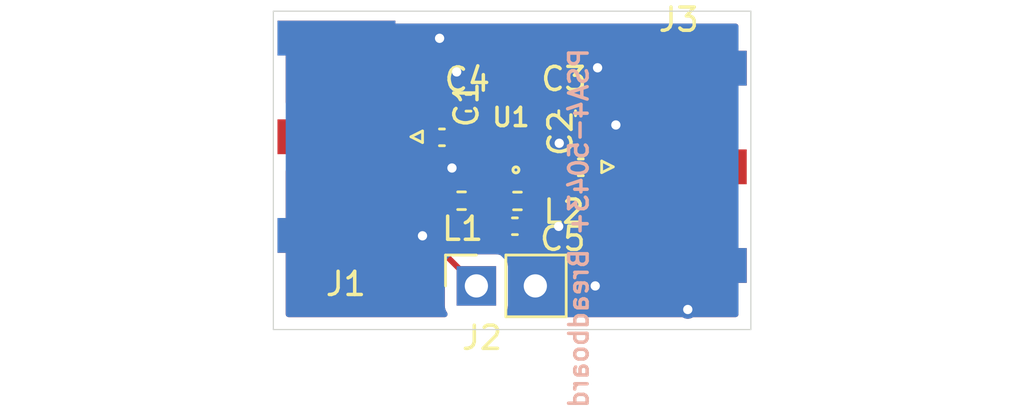
<source format=kicad_pcb>
(kicad_pcb (version 20171130) (host pcbnew "(5.1.10)-1")

  (general
    (thickness 1.6)
    (drawings 5)
    (tracks 78)
    (zones 0)
    (modules 11)
    (nets 8)
  )

  (page A4)
  (layers
    (0 F.Cu signal)
    (1 In1.Cu signal)
    (2 In2.Cu signal)
    (31 B.Cu signal)
    (32 B.Adhes user)
    (33 F.Adhes user)
    (34 B.Paste user)
    (35 F.Paste user)
    (36 B.SilkS user)
    (37 F.SilkS user)
    (38 B.Mask user)
    (39 F.Mask user)
    (40 Dwgs.User user)
    (41 Cmts.User user)
    (42 Eco1.User user)
    (43 Eco2.User user)
    (44 Edge.Cuts user)
    (45 Margin user)
    (46 B.CrtYd user)
    (47 F.CrtYd user)
    (48 B.Fab user)
    (49 F.Fab user hide)
  )

  (setup
    (last_trace_width 0.25)
    (trace_clearance 0.3048)
    (zone_clearance 0.508)
    (zone_45_only no)
    (trace_min 0.2)
    (via_size 0.8)
    (via_drill 0.4)
    (via_min_size 0.4)
    (via_min_drill 0.3)
    (uvia_size 0.3)
    (uvia_drill 0.1)
    (uvias_allowed no)
    (uvia_min_size 0.2)
    (uvia_min_drill 0.1)
    (edge_width 0.05)
    (segment_width 0.2)
    (pcb_text_width 0.3)
    (pcb_text_size 1.5 1.5)
    (mod_edge_width 0.12)
    (mod_text_size 1 1)
    (mod_text_width 0.15)
    (pad_size 1.7 1.7)
    (pad_drill 1)
    (pad_to_mask_clearance 0)
    (aux_axis_origin 0 0)
    (visible_elements 7FFFFFFF)
    (pcbplotparams
      (layerselection 0x010fc_ffffffff)
      (usegerberextensions false)
      (usegerberattributes true)
      (usegerberadvancedattributes true)
      (creategerberjobfile true)
      (excludeedgelayer true)
      (linewidth 0.100000)
      (plotframeref false)
      (viasonmask false)
      (mode 1)
      (useauxorigin false)
      (hpglpennumber 1)
      (hpglpenspeed 20)
      (hpglpendiameter 15.000000)
      (psnegative false)
      (psa4output false)
      (plotreference true)
      (plotvalue true)
      (plotinvisibletext false)
      (padsonsilk false)
      (subtractmaskfromsilk false)
      (outputformat 1)
      (mirror false)
      (drillshape 1)
      (scaleselection 1)
      (outputdirectory ""))
  )

  (net 0 "")
  (net 1 GND)
  (net 2 "Net-(C1-Pad1)")
  (net 3 "Net-(C2-Pad2)")
  (net 4 "Net-(C3-Pad1)")
  (net 5 "Net-(J2-Pad1)")
  (net 6 IN)
  (net 7 OUT)

  (net_class Default "This is the default net class."
    (clearance 0.3048)
    (trace_width 0.25)
    (via_dia 0.8)
    (via_drill 0.4)
    (uvia_dia 0.3)
    (uvia_drill 0.1)
    (add_net GND)
    (add_net "Net-(C3-Pad1)")
    (add_net "Net-(J2-Pad1)")
  )

  (net_class RF ""
    (clearance 0.6096)
    (trace_width 0.3556)
    (via_dia 0.6096)
    (via_drill 0.3048)
    (uvia_dia 0.3)
    (uvia_drill 0.1)
    (add_net IN)
    (add_net "Net-(C1-Pad1)")
    (add_net "Net-(C2-Pad2)")
    (add_net OUT)
  )

  (module Capacitor_SMD:C_0402_1005Metric (layer F.Cu) (tedit 5F68FEEE) (tstamp 628B88B8)
    (at 159.1564 67.9196 180)
    (descr "Capacitor SMD 0402 (1005 Metric), square (rectangular) end terminal, IPC_7351 nominal, (Body size source: IPC-SM-782 page 76, https://www.pcb-3d.com/wordpress/wp-content/uploads/ipc-sm-782a_amendment_1_and_2.pdf), generated with kicad-footprint-generator")
    (tags capacitor)
    (path /6287BF0D)
    (attr smd)
    (fp_text reference C1 (at -1.0546 1.411 270) (layer F.SilkS)
      (effects (font (size 1 1) (thickness 0.15)))
    )
    (fp_text value .1uF (at 0 1.16) (layer F.Fab)
      (effects (font (size 1 1) (thickness 0.15)))
    )
    (fp_line (start -0.5 0.25) (end -0.5 -0.25) (layer F.Fab) (width 0.1))
    (fp_line (start -0.5 -0.25) (end 0.5 -0.25) (layer F.Fab) (width 0.1))
    (fp_line (start 0.5 -0.25) (end 0.5 0.25) (layer F.Fab) (width 0.1))
    (fp_line (start 0.5 0.25) (end -0.5 0.25) (layer F.Fab) (width 0.1))
    (fp_line (start -0.107836 -0.36) (end 0.107836 -0.36) (layer F.SilkS) (width 0.12))
    (fp_line (start -0.107836 0.36) (end 0.107836 0.36) (layer F.SilkS) (width 0.12))
    (fp_line (start -0.91 0.46) (end -0.91 -0.46) (layer F.CrtYd) (width 0.05))
    (fp_line (start -0.91 -0.46) (end 0.91 -0.46) (layer F.CrtYd) (width 0.05))
    (fp_line (start 0.91 -0.46) (end 0.91 0.46) (layer F.CrtYd) (width 0.05))
    (fp_line (start 0.91 0.46) (end -0.91 0.46) (layer F.CrtYd) (width 0.05))
    (fp_text user %R (at 0 0) (layer F.Fab)
      (effects (font (size 0.25 0.25) (thickness 0.04)))
    )
    (pad 1 smd roundrect (at -0.48 0 180) (size 0.56 0.62) (layers F.Cu F.Paste F.Mask) (roundrect_rratio 0.25)
      (net 2 "Net-(C1-Pad1)"))
    (pad 2 smd roundrect (at 0.48 0 180) (size 0.56 0.62) (layers F.Cu F.Paste F.Mask) (roundrect_rratio 0.25)
      (net 6 IN))
    (model ${KISYS3DMOD}/Capacitor_SMD.3dshapes/C_0402_1005Metric.wrl
      (at (xyz 0 0 0))
      (scale (xyz 1 1 1))
      (rotate (xyz 0 0 0))
    )
  )

  (module Capacitor_SMD:C_0402_1005Metric (layer F.Cu) (tedit 5F68FEEE) (tstamp 628B88C9)
    (at 165.1386 69.2108 180)
    (descr "Capacitor SMD 0402 (1005 Metric), square (rectangular) end terminal, IPC_7351 nominal, (Body size source: IPC-SM-782 page 76, https://www.pcb-3d.com/wordpress/wp-content/uploads/ipc-sm-782a_amendment_1_and_2.pdf), generated with kicad-footprint-generator")
    (tags capacitor)
    (path /6287E727)
    (attr smd)
    (fp_text reference C2 (at 0.8768 1.469 270) (layer F.SilkS)
      (effects (font (size 1 1) (thickness 0.15)))
    )
    (fp_text value .1uF (at 0 1.16) (layer F.Fab)
      (effects (font (size 1 1) (thickness 0.15)))
    )
    (fp_line (start 0.91 0.46) (end -0.91 0.46) (layer F.CrtYd) (width 0.05))
    (fp_line (start 0.91 -0.46) (end 0.91 0.46) (layer F.CrtYd) (width 0.05))
    (fp_line (start -0.91 -0.46) (end 0.91 -0.46) (layer F.CrtYd) (width 0.05))
    (fp_line (start -0.91 0.46) (end -0.91 -0.46) (layer F.CrtYd) (width 0.05))
    (fp_line (start -0.107836 0.36) (end 0.107836 0.36) (layer F.SilkS) (width 0.12))
    (fp_line (start -0.107836 -0.36) (end 0.107836 -0.36) (layer F.SilkS) (width 0.12))
    (fp_line (start 0.5 0.25) (end -0.5 0.25) (layer F.Fab) (width 0.1))
    (fp_line (start 0.5 -0.25) (end 0.5 0.25) (layer F.Fab) (width 0.1))
    (fp_line (start -0.5 -0.25) (end 0.5 -0.25) (layer F.Fab) (width 0.1))
    (fp_line (start -0.5 0.25) (end -0.5 -0.25) (layer F.Fab) (width 0.1))
    (fp_text user %R (at 0 0) (layer F.Fab)
      (effects (font (size 0.25 0.25) (thickness 0.04)))
    )
    (pad 2 smd roundrect (at 0.48 0 180) (size 0.56 0.62) (layers F.Cu F.Paste F.Mask) (roundrect_rratio 0.25)
      (net 3 "Net-(C2-Pad2)"))
    (pad 1 smd roundrect (at -0.48 0 180) (size 0.56 0.62) (layers F.Cu F.Paste F.Mask) (roundrect_rratio 0.25)
      (net 7 OUT))
    (model ${KISYS3DMOD}/Capacitor_SMD.3dshapes/C_0402_1005Metric.wrl
      (at (xyz 0 0 0))
      (scale (xyz 1 1 1))
      (rotate (xyz 0 0 0))
    )
  )

  (module Capacitor_SMD:C_0402_1005Metric (layer F.Cu) (tedit 5F68FEEE) (tstamp 628B88DA)
    (at 164.55 66.88 270)
    (descr "Capacitor SMD 0402 (1005 Metric), square (rectangular) end terminal, IPC_7351 nominal, (Body size source: IPC-SM-782 page 76, https://www.pcb-3d.com/wordpress/wp-content/uploads/ipc-sm-782a_amendment_1_and_2.pdf), generated with kicad-footprint-generator")
    (tags capacitor)
    (path /6287FD9E)
    (attr smd)
    (fp_text reference C3 (at -1.475 0.1358 180) (layer F.SilkS)
      (effects (font (size 1 1) (thickness 0.15)))
    )
    (fp_text value .1uF (at 0 1.16 90) (layer F.Fab)
      (effects (font (size 1 1) (thickness 0.15)))
    )
    (fp_line (start -0.5 0.25) (end -0.5 -0.25) (layer F.Fab) (width 0.1))
    (fp_line (start -0.5 -0.25) (end 0.5 -0.25) (layer F.Fab) (width 0.1))
    (fp_line (start 0.5 -0.25) (end 0.5 0.25) (layer F.Fab) (width 0.1))
    (fp_line (start 0.5 0.25) (end -0.5 0.25) (layer F.Fab) (width 0.1))
    (fp_line (start -0.107836 -0.36) (end 0.107836 -0.36) (layer F.SilkS) (width 0.12))
    (fp_line (start -0.107836 0.36) (end 0.107836 0.36) (layer F.SilkS) (width 0.12))
    (fp_line (start -0.91 0.46) (end -0.91 -0.46) (layer F.CrtYd) (width 0.05))
    (fp_line (start -0.91 -0.46) (end 0.91 -0.46) (layer F.CrtYd) (width 0.05))
    (fp_line (start 0.91 -0.46) (end 0.91 0.46) (layer F.CrtYd) (width 0.05))
    (fp_line (start 0.91 0.46) (end -0.91 0.46) (layer F.CrtYd) (width 0.05))
    (fp_text user %R (at 0 0 90) (layer F.Fab)
      (effects (font (size 0.25 0.25) (thickness 0.04)))
    )
    (pad 1 smd roundrect (at -0.48 0 270) (size 0.56 0.62) (layers F.Cu F.Paste F.Mask) (roundrect_rratio 0.25)
      (net 4 "Net-(C3-Pad1)"))
    (pad 2 smd roundrect (at 0.48 0 270) (size 0.56 0.62) (layers F.Cu F.Paste F.Mask) (roundrect_rratio 0.25)
      (net 1 GND))
    (model ${KISYS3DMOD}/Capacitor_SMD.3dshapes/C_0402_1005Metric.wrl
      (at (xyz 0 0 0))
      (scale (xyz 1 1 1))
      (rotate (xyz 0 0 0))
    )
  )

  (module Capacitor_SMD:C_0402_1005Metric (layer F.Cu) (tedit 5F68FEEE) (tstamp 628B88EB)
    (at 160.3 66.43 180)
    (descr "Capacitor SMD 0402 (1005 Metric), square (rectangular) end terminal, IPC_7351 nominal, (Body size source: IPC-SM-782 page 76, https://www.pcb-3d.com/wordpress/wp-content/uploads/ipc-sm-782a_amendment_1_and_2.pdf), generated with kicad-footprint-generator")
    (tags capacitor)
    (path /628813AA)
    (attr smd)
    (fp_text reference C4 (at 0.0514 0.9996) (layer F.SilkS)
      (effects (font (size 1 1) (thickness 0.15)))
    )
    (fp_text value 100uF (at 0 1.16) (layer F.Fab)
      (effects (font (size 1 1) (thickness 0.15)))
    )
    (fp_line (start 0.91 0.46) (end -0.91 0.46) (layer F.CrtYd) (width 0.05))
    (fp_line (start 0.91 -0.46) (end 0.91 0.46) (layer F.CrtYd) (width 0.05))
    (fp_line (start -0.91 -0.46) (end 0.91 -0.46) (layer F.CrtYd) (width 0.05))
    (fp_line (start -0.91 0.46) (end -0.91 -0.46) (layer F.CrtYd) (width 0.05))
    (fp_line (start -0.107836 0.36) (end 0.107836 0.36) (layer F.SilkS) (width 0.12))
    (fp_line (start -0.107836 -0.36) (end 0.107836 -0.36) (layer F.SilkS) (width 0.12))
    (fp_line (start 0.5 0.25) (end -0.5 0.25) (layer F.Fab) (width 0.1))
    (fp_line (start 0.5 -0.25) (end 0.5 0.25) (layer F.Fab) (width 0.1))
    (fp_line (start -0.5 -0.25) (end 0.5 -0.25) (layer F.Fab) (width 0.1))
    (fp_line (start -0.5 0.25) (end -0.5 -0.25) (layer F.Fab) (width 0.1))
    (fp_text user %R (at 0 0) (layer F.Fab)
      (effects (font (size 0.25 0.25) (thickness 0.04)))
    )
    (pad 2 smd roundrect (at 0.48 0 180) (size 0.56 0.62) (layers F.Cu F.Paste F.Mask) (roundrect_rratio 0.25)
      (net 1 GND))
    (pad 1 smd roundrect (at -0.48 0 180) (size 0.56 0.62) (layers F.Cu F.Paste F.Mask) (roundrect_rratio 0.25)
      (net 4 "Net-(C3-Pad1)"))
    (model ${KISYS3DMOD}/Capacitor_SMD.3dshapes/C_0402_1005Metric.wrl
      (at (xyz 0 0 0))
      (scale (xyz 1 1 1))
      (rotate (xyz 0 0 0))
    )
  )

  (module Capacitor_SMD:C_0402_1005Metric (layer F.Cu) (tedit 5F68FEEE) (tstamp 628B88FC)
    (at 162.3 71.75)
    (descr "Capacitor SMD 0402 (1005 Metric), square (rectangular) end terminal, IPC_7351 nominal, (Body size source: IPC-SM-782 page 76, https://www.pcb-3d.com/wordpress/wp-content/uploads/ipc-sm-782a_amendment_1_and_2.pdf), generated with kicad-footprint-generator")
    (tags capacitor)
    (path /6288194B)
    (attr smd)
    (fp_text reference C5 (at 2.0634 0.5384) (layer F.SilkS)
      (effects (font (size 1 1) (thickness 0.15)))
    )
    (fp_text value 100uF (at -0.48 -1.31) (layer F.Fab)
      (effects (font (size 1 1) (thickness 0.15)))
    )
    (fp_line (start -0.5 0.25) (end -0.5 -0.25) (layer F.Fab) (width 0.1))
    (fp_line (start -0.5 -0.25) (end 0.5 -0.25) (layer F.Fab) (width 0.1))
    (fp_line (start 0.5 -0.25) (end 0.5 0.25) (layer F.Fab) (width 0.1))
    (fp_line (start 0.5 0.25) (end -0.5 0.25) (layer F.Fab) (width 0.1))
    (fp_line (start -0.107836 -0.36) (end 0.107836 -0.36) (layer F.SilkS) (width 0.12))
    (fp_line (start -0.107836 0.36) (end 0.107836 0.36) (layer F.SilkS) (width 0.12))
    (fp_line (start -0.91 0.46) (end -0.91 -0.46) (layer F.CrtYd) (width 0.05))
    (fp_line (start -0.91 -0.46) (end 0.91 -0.46) (layer F.CrtYd) (width 0.05))
    (fp_line (start 0.91 -0.46) (end 0.91 0.46) (layer F.CrtYd) (width 0.05))
    (fp_line (start 0.91 0.46) (end -0.91 0.46) (layer F.CrtYd) (width 0.05))
    (fp_text user %R (at 0 0) (layer F.Fab)
      (effects (font (size 0.25 0.25) (thickness 0.04)))
    )
    (pad 1 smd roundrect (at -0.48 0) (size 0.56 0.62) (layers F.Cu F.Paste F.Mask) (roundrect_rratio 0.25)
      (net 4 "Net-(C3-Pad1)"))
    (pad 2 smd roundrect (at 0.48 0) (size 0.56 0.62) (layers F.Cu F.Paste F.Mask) (roundrect_rratio 0.25)
      (net 1 GND))
    (model ${KISYS3DMOD}/Capacitor_SMD.3dshapes/C_0402_1005Metric.wrl
      (at (xyz 0 0 0))
      (scale (xyz 1 1 1))
      (rotate (xyz 0 0 0))
    )
  )

  (module Connector_Coaxial:SMA_Amphenol_132289_EdgeMount (layer F.Cu) (tedit 5A1C1810) (tstamp 628B891F)
    (at 154.6098 67.8942 180)
    (descr http://www.amphenolrf.com/132289.html)
    (tags SMA)
    (path /628B9C8E)
    (attr smd)
    (fp_text reference J1 (at -0.406 -6.3394 180) (layer F.SilkS)
      (effects (font (size 1 1) (thickness 0.15)))
    )
    (fp_text value Conn_01x05_Male (at 5 6) (layer F.Fab)
      (effects (font (size 1 1) (thickness 0.15)))
    )
    (fp_line (start -1.91 5.08) (end 4.445 5.08) (layer F.Fab) (width 0.1))
    (fp_line (start -1.91 3.81) (end -1.91 5.08) (layer F.Fab) (width 0.1))
    (fp_line (start 2.54 3.81) (end -1.91 3.81) (layer F.Fab) (width 0.1))
    (fp_line (start 2.54 -3.81) (end 2.54 3.81) (layer F.Fab) (width 0.1))
    (fp_line (start -1.91 -3.81) (end 2.54 -3.81) (layer F.Fab) (width 0.1))
    (fp_line (start -1.91 -5.08) (end -1.91 -3.81) (layer F.Fab) (width 0.1))
    (fp_line (start -1.91 -5.08) (end 4.445 -5.08) (layer F.Fab) (width 0.1))
    (fp_line (start 4.445 -3.81) (end 4.445 -5.08) (layer F.Fab) (width 0.1))
    (fp_line (start 4.445 5.08) (end 4.445 3.81) (layer F.Fab) (width 0.1))
    (fp_line (start 13.97 3.81) (end 4.445 3.81) (layer F.Fab) (width 0.1))
    (fp_line (start 13.97 -3.81) (end 13.97 3.81) (layer F.Fab) (width 0.1))
    (fp_line (start 4.445 -3.81) (end 13.97 -3.81) (layer F.Fab) (width 0.1))
    (fp_line (start -3.04 5.58) (end -3.04 -5.58) (layer B.CrtYd) (width 0.05))
    (fp_line (start 14.47 5.58) (end -3.04 5.58) (layer B.CrtYd) (width 0.05))
    (fp_line (start 14.47 -5.58) (end 14.47 5.58) (layer B.CrtYd) (width 0.05))
    (fp_line (start 14.47 -5.58) (end -3.04 -5.58) (layer B.CrtYd) (width 0.05))
    (fp_line (start -3.04 5.58) (end -3.04 -5.58) (layer F.CrtYd) (width 0.05))
    (fp_line (start 14.47 5.58) (end -3.04 5.58) (layer F.CrtYd) (width 0.05))
    (fp_line (start 14.47 -5.58) (end 14.47 5.58) (layer F.CrtYd) (width 0.05))
    (fp_line (start 14.47 -5.58) (end -3.04 -5.58) (layer F.CrtYd) (width 0.05))
    (fp_line (start 2.54 -0.75) (end 3.54 0) (layer F.Fab) (width 0.1))
    (fp_line (start 3.54 0) (end 2.54 0.75) (layer F.Fab) (width 0.1))
    (fp_line (start -3.21 0) (end -3.71 -0.25) (layer F.SilkS) (width 0.12))
    (fp_line (start -3.71 -0.25) (end -3.71 0.25) (layer F.SilkS) (width 0.12))
    (fp_line (start -3.71 0.25) (end -3.21 0) (layer F.SilkS) (width 0.12))
    (fp_text user %R (at 4.79 0 270) (layer F.Fab)
      (effects (font (size 1 1) (thickness 0.15)))
    )
    (pad 1 smd rect (at 0 0 270) (size 1.5 5.08) (layers F.Cu F.Paste F.Mask)
      (net 6 IN))
    (pad 2 smd rect (at 0 -4.25 270) (size 1.5 5.08) (layers F.Cu F.Paste F.Mask)
      (net 1 GND))
    (pad 2 smd rect (at 0 4.25 270) (size 1.5 5.08) (layers F.Cu F.Paste F.Mask)
      (net 1 GND))
    (pad 2 smd rect (at 0 -4.25 270) (size 1.5 5.08) (layers B.Cu B.Paste B.Mask)
      (net 1 GND))
    (pad 2 smd rect (at 0 4.25 270) (size 1.5 5.08) (layers B.Cu B.Paste B.Mask)
      (net 1 GND))
    (model ${KISYS3DMOD}/Connector_Coaxial.3dshapes/SMA_Amphenol_132289_EdgeMount.wrl
      (at (xyz 0 0 0))
      (scale (xyz 1 1 1))
      (rotate (xyz 0 0 0))
    )
  )

  (module Connector_PinSocket_2.54mm:PinSocket_1x02_P2.54mm_Vertical (layer F.Cu) (tedit 5A19A420) (tstamp 628B8935)
    (at 160.64 74.32 90)
    (descr "Through hole straight socket strip, 1x02, 2.54mm pitch, single row (from Kicad 4.0.7), script generated")
    (tags "Through hole socket strip THT 1x02 2.54mm single row")
    (path /628BAD4E)
    (fp_text reference J2 (at -2.2356 0.2436 180) (layer F.SilkS)
      (effects (font (size 1 1) (thickness 0.15)))
    )
    (fp_text value Conn_01x02_Male (at 0 5.31 90) (layer F.Fab)
      (effects (font (size 1 1) (thickness 0.15)))
    )
    (fp_line (start -1.27 -1.27) (end 0.635 -1.27) (layer F.Fab) (width 0.1))
    (fp_line (start 0.635 -1.27) (end 1.27 -0.635) (layer F.Fab) (width 0.1))
    (fp_line (start 1.27 -0.635) (end 1.27 3.81) (layer F.Fab) (width 0.1))
    (fp_line (start 1.27 3.81) (end -1.27 3.81) (layer F.Fab) (width 0.1))
    (fp_line (start -1.27 3.81) (end -1.27 -1.27) (layer F.Fab) (width 0.1))
    (fp_line (start -1.33 1.27) (end 1.33 1.27) (layer F.SilkS) (width 0.12))
    (fp_line (start -1.33 1.27) (end -1.33 3.87) (layer F.SilkS) (width 0.12))
    (fp_line (start -1.33 3.87) (end 1.33 3.87) (layer F.SilkS) (width 0.12))
    (fp_line (start 1.33 1.27) (end 1.33 3.87) (layer F.SilkS) (width 0.12))
    (fp_line (start 1.33 -1.33) (end 1.33 0) (layer F.SilkS) (width 0.12))
    (fp_line (start 0 -1.33) (end 1.33 -1.33) (layer F.SilkS) (width 0.12))
    (fp_line (start -1.8 -1.8) (end 1.75 -1.8) (layer F.CrtYd) (width 0.05))
    (fp_line (start 1.75 -1.8) (end 1.75 4.3) (layer F.CrtYd) (width 0.05))
    (fp_line (start 1.75 4.3) (end -1.8 4.3) (layer F.CrtYd) (width 0.05))
    (fp_line (start -1.8 4.3) (end -1.8 -1.8) (layer F.CrtYd) (width 0.05))
    (fp_text user %R (at 0 1.27) (layer F.Fab)
      (effects (font (size 1 1) (thickness 0.15)))
    )
    (pad 1 thru_hole rect (at 0 0 90) (size 1.7 1.7) (drill 1) (layers *.Cu *.Mask)
      (net 5 "Net-(J2-Pad1)"))
    (pad 2 thru_hole oval (at 0 2.54 90) (size 1.7 1.7) (drill 1) (layers *.Cu *.Mask)
      (net 1 GND))
    (model ${KISYS3DMOD}/Connector_PinSocket_2.54mm.3dshapes/PinSocket_1x02_P2.54mm_Vertical.wrl
      (at (xyz 0 0 0))
      (scale (xyz 1 1 1))
      (rotate (xyz 0 0 0))
    )
  )

  (module Connector_Coaxial:SMA_Amphenol_132289_EdgeMount (layer F.Cu) (tedit 5A1C1810) (tstamp 628B8958)
    (at 169.7482 69.1896)
    (descr http://www.amphenolrf.com/132289.html)
    (tags SMA)
    (path /628B8DFB)
    (attr smd)
    (fp_text reference J3 (at -0.3896 -6.3398 180) (layer F.SilkS)
      (effects (font (size 1 1) (thickness 0.15)))
    )
    (fp_text value Conn_01x05_Male (at 5 6) (layer F.Fab)
      (effects (font (size 1 1) (thickness 0.15)))
    )
    (fp_line (start -3.71 0.25) (end -3.21 0) (layer F.SilkS) (width 0.12))
    (fp_line (start -3.71 -0.25) (end -3.71 0.25) (layer F.SilkS) (width 0.12))
    (fp_line (start -3.21 0) (end -3.71 -0.25) (layer F.SilkS) (width 0.12))
    (fp_line (start 3.54 0) (end 2.54 0.75) (layer F.Fab) (width 0.1))
    (fp_line (start 2.54 -0.75) (end 3.54 0) (layer F.Fab) (width 0.1))
    (fp_line (start 14.47 -5.58) (end -3.04 -5.58) (layer F.CrtYd) (width 0.05))
    (fp_line (start 14.47 -5.58) (end 14.47 5.58) (layer F.CrtYd) (width 0.05))
    (fp_line (start 14.47 5.58) (end -3.04 5.58) (layer F.CrtYd) (width 0.05))
    (fp_line (start -3.04 5.58) (end -3.04 -5.58) (layer F.CrtYd) (width 0.05))
    (fp_line (start 14.47 -5.58) (end -3.04 -5.58) (layer B.CrtYd) (width 0.05))
    (fp_line (start 14.47 -5.58) (end 14.47 5.58) (layer B.CrtYd) (width 0.05))
    (fp_line (start 14.47 5.58) (end -3.04 5.58) (layer B.CrtYd) (width 0.05))
    (fp_line (start -3.04 5.58) (end -3.04 -5.58) (layer B.CrtYd) (width 0.05))
    (fp_line (start 4.445 -3.81) (end 13.97 -3.81) (layer F.Fab) (width 0.1))
    (fp_line (start 13.97 -3.81) (end 13.97 3.81) (layer F.Fab) (width 0.1))
    (fp_line (start 13.97 3.81) (end 4.445 3.81) (layer F.Fab) (width 0.1))
    (fp_line (start 4.445 5.08) (end 4.445 3.81) (layer F.Fab) (width 0.1))
    (fp_line (start 4.445 -3.81) (end 4.445 -5.08) (layer F.Fab) (width 0.1))
    (fp_line (start -1.91 -5.08) (end 4.445 -5.08) (layer F.Fab) (width 0.1))
    (fp_line (start -1.91 -5.08) (end -1.91 -3.81) (layer F.Fab) (width 0.1))
    (fp_line (start -1.91 -3.81) (end 2.54 -3.81) (layer F.Fab) (width 0.1))
    (fp_line (start 2.54 -3.81) (end 2.54 3.81) (layer F.Fab) (width 0.1))
    (fp_line (start 2.54 3.81) (end -1.91 3.81) (layer F.Fab) (width 0.1))
    (fp_line (start -1.91 3.81) (end -1.91 5.08) (layer F.Fab) (width 0.1))
    (fp_line (start -1.91 5.08) (end 4.445 5.08) (layer F.Fab) (width 0.1))
    (fp_text user %R (at 4.79 0 270) (layer F.Fab)
      (effects (font (size 1 1) (thickness 0.15)))
    )
    (pad 2 smd rect (at 0 4.25 90) (size 1.5 5.08) (layers B.Cu B.Paste B.Mask)
      (net 1 GND))
    (pad 2 smd rect (at 0 -4.25 90) (size 1.5 5.08) (layers B.Cu B.Paste B.Mask)
      (net 1 GND))
    (pad 2 smd rect (at 0 4.25 90) (size 1.5 5.08) (layers F.Cu F.Paste F.Mask)
      (net 1 GND))
    (pad 2 smd rect (at 0 -4.25 90) (size 1.5 5.08) (layers F.Cu F.Paste F.Mask)
      (net 1 GND))
    (pad 1 smd rect (at 0 0 90) (size 1.5 5.08) (layers F.Cu F.Paste F.Mask)
      (net 7 OUT))
    (model ${KISYS3DMOD}/Connector_Coaxial.3dshapes/SMA_Amphenol_132289_EdgeMount.wrl
      (at (xyz 0 0 0))
      (scale (xyz 1 1 1))
      (rotate (xyz 0 0 0))
    )
  )

  (module Resistor_SMD:R_0402_1005Metric_Pad0.72x0.64mm_HandSolder (layer F.Cu) (tedit 5F6BB9E0) (tstamp 628B8969)
    (at 160.0025 70.65)
    (descr "Resistor SMD 0402 (1005 Metric), square (rectangular) end terminal, IPC_7351 nominal with elongated pad for handsoldering. (Body size source: IPC-SM-782 page 72, https://www.pcb-3d.com/wordpress/wp-content/uploads/ipc-sm-782a_amendment_1_and_2.pdf), generated with kicad-footprint-generator")
    (tags "resistor handsolder")
    (path /62878D74)
    (attr smd)
    (fp_text reference L1 (at 0.0429 1.2066) (layer F.SilkS)
      (effects (font (size 1 1) (thickness 0.15)))
    )
    (fp_text value BLM15HG102SN1 (at -1.2625 2.07 180) (layer F.Fab)
      (effects (font (size 1 1) (thickness 0.15)))
    )
    (fp_line (start -0.525 0.27) (end -0.525 -0.27) (layer F.Fab) (width 0.1))
    (fp_line (start -0.525 -0.27) (end 0.525 -0.27) (layer F.Fab) (width 0.1))
    (fp_line (start 0.525 -0.27) (end 0.525 0.27) (layer F.Fab) (width 0.1))
    (fp_line (start 0.525 0.27) (end -0.525 0.27) (layer F.Fab) (width 0.1))
    (fp_line (start -0.167621 -0.38) (end 0.167621 -0.38) (layer F.SilkS) (width 0.12))
    (fp_line (start -0.167621 0.38) (end 0.167621 0.38) (layer F.SilkS) (width 0.12))
    (fp_line (start -1.1 0.47) (end -1.1 -0.47) (layer F.CrtYd) (width 0.05))
    (fp_line (start -1.1 -0.47) (end 1.1 -0.47) (layer F.CrtYd) (width 0.05))
    (fp_line (start 1.1 -0.47) (end 1.1 0.47) (layer F.CrtYd) (width 0.05))
    (fp_line (start 1.1 0.47) (end -1.1 0.47) (layer F.CrtYd) (width 0.05))
    (fp_text user %R (at 0 0) (layer F.Fab)
      (effects (font (size 0.26 0.26) (thickness 0.04)))
    )
    (pad 1 smd roundrect (at -0.5975 0) (size 0.715 0.64) (layers F.Cu F.Paste F.Mask) (roundrect_rratio 0.25)
      (net 5 "Net-(J2-Pad1)"))
    (pad 2 smd roundrect (at 0.5975 0) (size 0.715 0.64) (layers F.Cu F.Paste F.Mask) (roundrect_rratio 0.25)
      (net 4 "Net-(C3-Pad1)"))
    (model ${KISYS3DMOD}/Resistor_SMD.3dshapes/R_0402_1005Metric.wrl
      (at (xyz 0 0 0))
      (scale (xyz 1 1 1))
      (rotate (xyz 0 0 0))
    )
  )

  (module Resistor_SMD:R_0402_1005Metric_Pad0.72x0.64mm_HandSolder (layer F.Cu) (tedit 5F6BB9E0) (tstamp 628B897A)
    (at 162.41 70.66 180)
    (descr "Resistor SMD 0402 (1005 Metric), square (rectangular) end terminal, IPC_7351 nominal with elongated pad for handsoldering. (Body size source: IPC-SM-782 page 72, https://www.pcb-3d.com/wordpress/wp-content/uploads/ipc-sm-782a_amendment_1_and_2.pdf), generated with kicad-footprint-generator")
    (tags "resistor handsolder")
    (path /6287A7E4)
    (attr smd)
    (fp_text reference L2 (at -2.0042 -0.46) (layer F.SilkS)
      (effects (font (size 1 1) (thickness 0.15)))
    )
    (fp_text value BLM15HG102SN1 (at 0 1.17) (layer F.Fab)
      (effects (font (size 1 1) (thickness 0.15)))
    )
    (fp_line (start 1.1 0.47) (end -1.1 0.47) (layer F.CrtYd) (width 0.05))
    (fp_line (start 1.1 -0.47) (end 1.1 0.47) (layer F.CrtYd) (width 0.05))
    (fp_line (start -1.1 -0.47) (end 1.1 -0.47) (layer F.CrtYd) (width 0.05))
    (fp_line (start -1.1 0.47) (end -1.1 -0.47) (layer F.CrtYd) (width 0.05))
    (fp_line (start -0.167621 0.38) (end 0.167621 0.38) (layer F.SilkS) (width 0.12))
    (fp_line (start -0.167621 -0.38) (end 0.167621 -0.38) (layer F.SilkS) (width 0.12))
    (fp_line (start 0.525 0.27) (end -0.525 0.27) (layer F.Fab) (width 0.1))
    (fp_line (start 0.525 -0.27) (end 0.525 0.27) (layer F.Fab) (width 0.1))
    (fp_line (start -0.525 -0.27) (end 0.525 -0.27) (layer F.Fab) (width 0.1))
    (fp_line (start -0.525 0.27) (end -0.525 -0.27) (layer F.Fab) (width 0.1))
    (fp_text user %R (at 0 0) (layer F.Fab)
      (effects (font (size 0.26 0.26) (thickness 0.04)))
    )
    (pad 2 smd roundrect (at 0.5975 0 180) (size 0.715 0.64) (layers F.Cu F.Paste F.Mask) (roundrect_rratio 0.25)
      (net 4 "Net-(C3-Pad1)"))
    (pad 1 smd roundrect (at -0.5975 0 180) (size 0.715 0.64) (layers F.Cu F.Paste F.Mask) (roundrect_rratio 0.25)
      (net 3 "Net-(C2-Pad2)"))
    (model ${KISYS3DMOD}/Resistor_SMD.3dshapes/R_0402_1005Metric.wrl
      (at (xyz 0 0 0))
      (scale (xyz 1 1 1))
      (rotate (xyz 0 0 0))
    )
  )

  (module "EPIC PARTS:PSA4-5043+" (layer F.Cu) (tedit 62878DA3) (tstamp 628B8989)
    (at 162.09 68.56 90)
    (path /6287A954)
    (fp_text reference U1 (at 1.504 0.0382 180) (layer F.SilkS)
      (effects (font (size 0.787402 0.787402) (thickness 0.15)))
    )
    (fp_text value PSA4-5043+ (at 0 0 90) (layer F.Fab)
      (effects (font (size 0.787402 0.787402) (thickness 0.15)))
    )
    (fp_line (start -1 -0.55) (end 1 -0.55) (layer F.Fab) (width 0.2032))
    (fp_line (start 1 0.55) (end -1 0.55) (layer F.Fab) (width 0.2032))
    (fp_poly (pts (xy 0.150171 0.6) (xy 0.85 0.6) (xy 0.85 1.10126) (xy 0.150171 1.10126)) (layer F.Fab) (width 0.01))
    (fp_poly (pts (xy -0.851089 0.6) (xy -0.45 0.6) (xy -0.45 1.10141) (xy -0.851089 1.10141)) (layer F.Fab) (width 0.01))
    (fp_poly (pts (xy -0.851105 -1.1) (xy -0.45 -1.1) (xy -0.45 -0.60078) (xy -0.851105 -0.60078)) (layer F.Fab) (width 0.01))
    (fp_poly (pts (xy 0.450588 -1.1) (xy 0.85 -1.1) (xy 0.85 -0.600784) (xy 0.450588 -0.600784)) (layer F.Fab) (width 0.01))
    (fp_circle (center -0.762 0.254) (end -0.635 0.254) (layer F.SilkS) (width 0.127))
    (pad 2 smd rect (at 0.5 0.9 90) (size 0.9 0.8) (layers F.Cu F.Paste F.Mask)
      (net 1 GND))
    (pad 1 smd rect (at -0.65 0.9 90) (size 0.6 0.8) (layers F.Cu F.Paste F.Mask)
      (net 3 "Net-(C2-Pad2)"))
    (pad 4 smd rect (at -0.65 -0.9 90) (size 0.6 0.8) (layers F.Cu F.Paste F.Mask)
      (net 1 GND))
    (pad 3 smd rect (at 0.65 -0.9 90) (size 0.6 0.8) (layers F.Cu F.Paste F.Mask)
      (net 2 "Net-(C1-Pad1)"))
  )

  (gr_line (start 151.892 76.2) (end 151.892 62.484) (layer Edge.Cuts) (width 0.05) (tstamp 628D24EA))
  (gr_line (start 172.466 76.2) (end 151.892 76.2) (layer Edge.Cuts) (width 0.05))
  (gr_line (start 172.466 62.484) (end 172.466 76.2) (layer Edge.Cuts) (width 0.05))
  (gr_line (start 151.892 62.484) (end 172.466 62.484) (layer Edge.Cuts) (width 0.05))
  (gr_text "PSA4-5043+ Breadboard\n" (at 165.0492 71.8312 90) (layer B.SilkS)
    (effects (font (size 0.8 0.8) (thickness 0.15)) (justify mirror))
  )

  (via (at 169.7482 75.3364) (size 0.8) (drill 0.4) (layers F.Cu B.Cu) (net 1))
  (segment (start 169.7482 73.4396) (end 169.7482 75.3364) (width 0.25) (layer F.Cu) (net 1))
  (segment (start 169.7482 75.3364) (end 169.7482 73.4396) (width 0.25) (layer B.Cu) (net 1))
  (via (at 165.862 64.9224) (size 0.8) (drill 0.4) (layers F.Cu B.Cu) (net 1))
  (segment (start 165.8792 64.9396) (end 165.862 64.9224) (width 0.25) (layer B.Cu) (net 1))
  (segment (start 169.7482 64.9396) (end 165.8792 64.9396) (width 0.25) (layer B.Cu) (net 1))
  (segment (start 169.731 64.9224) (end 169.7482 64.9396) (width 0.25) (layer F.Cu) (net 1))
  (segment (start 165.862 64.9224) (end 169.731 64.9224) (width 0.25) (layer F.Cu) (net 1))
  (segment (start 164.55 67.36) (end 165.2786 67.36) (width 0.25) (layer F.Cu) (net 1))
  (segment (start 165.862 66.7766) (end 165.862 64.9224) (width 0.25) (layer F.Cu) (net 1))
  (segment (start 165.2786 67.36) (end 165.862 66.7766) (width 0.25) (layer F.Cu) (net 1))
  (via (at 166.6494 67.3862) (size 0.8) (drill 0.4) (layers F.Cu B.Cu) (net 1))
  (segment (start 166.6232 67.36) (end 166.6494 67.3862) (width 0.25) (layer F.Cu) (net 1))
  (segment (start 165.2786 67.36) (end 166.6232 67.36) (width 0.25) (layer F.Cu) (net 1))
  (via (at 159.0548 63.6524) (size 0.8) (drill 0.4) (layers F.Cu B.Cu) (net 1))
  (segment (start 159.0466 63.6442) (end 159.0548 63.6524) (width 0.25) (layer B.Cu) (net 1))
  (segment (start 154.6098 63.6442) (end 159.0466 63.6442) (width 0.25) (layer B.Cu) (net 1))
  (segment (start 154.618 63.6524) (end 154.6098 63.6442) (width 0.25) (layer F.Cu) (net 1))
  (segment (start 159.0548 63.6524) (end 154.618 63.6524) (width 0.25) (layer F.Cu) (net 1))
  (via (at 159.7914 65.1002) (size 0.8) (drill 0.4) (layers F.Cu B.Cu) (net 1))
  (segment (start 159.82 65.1288) (end 159.7914 65.1002) (width 0.25) (layer F.Cu) (net 1))
  (segment (start 159.82 66.43) (end 159.82 65.1288) (width 0.25) (layer F.Cu) (net 1))
  (segment (start 159.7914 64.389) (end 159.0548 63.6524) (width 0.25) (layer B.Cu) (net 1))
  (segment (start 159.7914 65.1002) (end 159.7914 64.389) (width 0.25) (layer B.Cu) (net 1))
  (via (at 158.3182 72.1614) (size 0.8) (drill 0.4) (layers F.Cu B.Cu) (net 1))
  (segment (start 158.301 72.1442) (end 158.3182 72.1614) (width 0.25) (layer B.Cu) (net 1))
  (segment (start 154.6098 72.1442) (end 158.301 72.1442) (width 0.25) (layer B.Cu) (net 1))
  (segment (start 154.627 72.1614) (end 154.6098 72.1442) (width 0.25) (layer F.Cu) (net 1))
  (segment (start 158.3182 72.1614) (end 154.627 72.1614) (width 0.25) (layer F.Cu) (net 1))
  (via (at 159.5882 69.2404) (size 0.8) (drill 0.4) (layers F.Cu B.Cu) (net 1))
  (segment (start 159.6186 69.21) (end 159.5882 69.2404) (width 0.25) (layer F.Cu) (net 1))
  (segment (start 161.19 69.21) (end 159.6186 69.21) (width 0.25) (layer F.Cu) (net 1))
  (via (at 164.211 68.1736) (size 0.8) (drill 0.4) (layers F.Cu B.Cu) (net 1))
  (segment (start 164.0974 68.06) (end 164.211 68.1736) (width 0.25) (layer F.Cu) (net 1))
  (segment (start 162.99 68.06) (end 164.0974 68.06) (width 0.25) (layer F.Cu) (net 1))
  (segment (start 164.55 67.8346) (end 164.211 68.1736) (width 0.25) (layer F.Cu) (net 1))
  (segment (start 164.55 67.36) (end 164.55 67.8346) (width 0.25) (layer F.Cu) (net 1))
  (segment (start 160.655 68.1736) (end 159.5882 69.2404) (width 0.25) (layer B.Cu) (net 1))
  (segment (start 164.211 68.1736) (end 160.655 68.1736) (width 0.25) (layer B.Cu) (net 1))
  (via (at 164.1856 71.755) (size 0.8) (drill 0.4) (layers F.Cu B.Cu) (net 1))
  (segment (start 164.1806 71.75) (end 164.1856 71.755) (width 0.25) (layer F.Cu) (net 1))
  (segment (start 162.78 71.75) (end 164.1806 71.75) (width 0.25) (layer F.Cu) (net 1))
  (via (at 165.7604 74.3204) (size 0.8) (drill 0.4) (layers F.Cu B.Cu) (net 1))
  (segment (start 165.76 74.32) (end 165.7604 74.3204) (width 0.25) (layer B.Cu) (net 1))
  (segment (start 163.18 74.32) (end 165.76 74.32) (width 0.25) (layer B.Cu) (net 1))
  (segment (start 159.5882 70.8914) (end 158.3182 72.1614) (width 0.25) (layer B.Cu) (net 1))
  (segment (start 159.5882 69.2404) (end 159.5882 70.8914) (width 0.25) (layer B.Cu) (net 1))
  (segment (start 161.0214 72.1614) (end 158.3182 72.1614) (width 0.25) (layer B.Cu) (net 1))
  (segment (start 163.18 74.32) (end 161.0214 72.1614) (width 0.25) (layer B.Cu) (net 1))
  (segment (start 164.1856 72.7456) (end 165.7604 74.3204) (width 0.25) (layer B.Cu) (net 1))
  (segment (start 164.1856 71.755) (end 164.1856 72.7456) (width 0.25) (layer B.Cu) (net 1))
  (segment (start 160.655 65.9638) (end 159.7914 65.1002) (width 0.25) (layer B.Cu) (net 1))
  (segment (start 160.655 68.1736) (end 160.655 65.9638) (width 0.25) (layer B.Cu) (net 1))
  (segment (start 166.7764 75.3364) (end 165.7604 74.3204) (width 0.25) (layer F.Cu) (net 1))
  (segment (start 169.7482 75.3364) (end 166.7764 75.3364) (width 0.25) (layer F.Cu) (net 1))
  (segment (start 159.75341 67.91) (end 159.74381 67.9196) (width 0.3556) (layer F.Cu) (net 2))
  (segment (start 161.19 67.91) (end 159.75341 67.91) (width 0.3556) (layer F.Cu) (net 2))
  (segment (start 162.9908 69.2108) (end 162.99 69.21) (width 0.3556) (layer F.Cu) (net 3))
  (segment (start 164.6586 69.2108) (end 162.9908 69.2108) (width 0.3556) (layer F.Cu) (net 3))
  (segment (start 162.99 70.6425) (end 163.0075 70.66) (width 0.3556) (layer F.Cu) (net 3))
  (segment (start 162.99 69.21) (end 162.99 70.6425) (width 0.3556) (layer F.Cu) (net 3))
  (segment (start 160.61 70.66) (end 160.6 70.65) (width 0.25) (layer F.Cu) (net 4))
  (segment (start 161.8125 70.66) (end 160.61 70.66) (width 0.25) (layer F.Cu) (net 4))
  (segment (start 161.82 70.6675) (end 161.8125 70.66) (width 0.25) (layer F.Cu) (net 4))
  (segment (start 161.82 71.75) (end 161.82 70.6675) (width 0.25) (layer F.Cu) (net 4))
  (segment (start 160.81 66.4) (end 160.78 66.43) (width 0.25) (layer F.Cu) (net 4))
  (segment (start 164.55 66.4) (end 160.81 66.4) (width 0.25) (layer F.Cu) (net 4))
  (segment (start 161.183642 66.43) (end 160.78 66.43) (width 0.25) (layer F.Cu) (net 4))
  (segment (start 162.019801 69.853841) (end 162.019801 67.266159) (width 0.25) (layer F.Cu) (net 4))
  (segment (start 162.019801 67.266159) (end 161.183642 66.43) (width 0.25) (layer F.Cu) (net 4))
  (segment (start 161.223642 70.65) (end 162.019801 69.853841) (width 0.25) (layer F.Cu) (net 4))
  (segment (start 160.6 70.65) (end 161.223642 70.65) (width 0.25) (layer F.Cu) (net 4))
  (segment (start 159.405 73.085) (end 160.64 74.32) (width 0.25) (layer F.Cu) (net 5))
  (segment (start 159.405 70.65) (end 159.405 73.085) (width 0.25) (layer F.Cu) (net 5))
  (segment (start 158.54359 67.8942) (end 158.56899 67.9196) (width 0.3556) (layer F.Cu) (net 6))
  (segment (start 154.6098 67.8942) (end 158.54359 67.8942) (width 0.3556) (layer F.Cu) (net 6))
  (segment (start 165.74721 69.1896) (end 165.72601 69.2108) (width 0.3556) (layer F.Cu) (net 7))
  (segment (start 169.7482 69.1896) (end 165.74721 69.1896) (width 0.3556) (layer F.Cu) (net 7))

  (zone (net 1) (net_name GND) (layer B.Cu) (tstamp 0) (hatch edge 0.508)
    (connect_pads yes (clearance 0.508))
    (min_thickness 0.254)
    (fill yes (arc_segments 32) (thermal_gap 0.508) (thermal_bridge_width 0.508))
    (polygon
      (pts
        (xy 172.466 76.2) (xy 151.892 76.2) (xy 151.892 62.484) (xy 172.466 62.484)
      )
    )
    (filled_polygon
      (pts
        (xy 171.806001 75.54) (xy 162.007812 75.54) (xy 162.020537 75.524494) (xy 162.079502 75.41418) (xy 162.115812 75.294482)
        (xy 162.128072 75.17) (xy 162.128072 73.47) (xy 162.115812 73.345518) (xy 162.079502 73.22582) (xy 162.020537 73.115506)
        (xy 161.941185 73.018815) (xy 161.844494 72.939463) (xy 161.73418 72.880498) (xy 161.614482 72.844188) (xy 161.49 72.831928)
        (xy 159.79 72.831928) (xy 159.665518 72.844188) (xy 159.54582 72.880498) (xy 159.435506 72.939463) (xy 159.338815 73.018815)
        (xy 159.259463 73.115506) (xy 159.200498 73.22582) (xy 159.164188 73.345518) (xy 159.151928 73.47) (xy 159.151928 75.17)
        (xy 159.164188 75.294482) (xy 159.200498 75.41418) (xy 159.259463 75.524494) (xy 159.272188 75.54) (xy 152.552 75.54)
        (xy 152.552 63.144) (xy 171.806 63.144)
      )
    )
  )
  (zone (net 1) (net_name GND) (layer In2.Cu) (tstamp 0) (hatch edge 0.508)
    (connect_pads yes (clearance 0.508))
    (min_thickness 0.254)
    (fill yes (arc_segments 32) (thermal_gap 0.508) (thermal_bridge_width 0.508))
    (polygon
      (pts
        (xy 172.466 76.2) (xy 151.892 76.2) (xy 151.892 62.484) (xy 172.466 62.484)
      )
    )
    (filled_polygon
      (pts
        (xy 171.806001 75.54) (xy 162.007812 75.54) (xy 162.020537 75.524494) (xy 162.079502 75.41418) (xy 162.115812 75.294482)
        (xy 162.128072 75.17) (xy 162.128072 73.47) (xy 162.115812 73.345518) (xy 162.079502 73.22582) (xy 162.020537 73.115506)
        (xy 161.941185 73.018815) (xy 161.844494 72.939463) (xy 161.73418 72.880498) (xy 161.614482 72.844188) (xy 161.49 72.831928)
        (xy 159.79 72.831928) (xy 159.665518 72.844188) (xy 159.54582 72.880498) (xy 159.435506 72.939463) (xy 159.338815 73.018815)
        (xy 159.259463 73.115506) (xy 159.200498 73.22582) (xy 159.164188 73.345518) (xy 159.151928 73.47) (xy 159.151928 75.17)
        (xy 159.164188 75.294482) (xy 159.200498 75.41418) (xy 159.259463 75.524494) (xy 159.272188 75.54) (xy 152.552 75.54)
        (xy 152.552 63.144) (xy 171.806 63.144)
      )
    )
  )
  (zone (net 1) (net_name GND) (layer In1.Cu) (tstamp 0) (hatch edge 0.508)
    (connect_pads yes (clearance 0.508))
    (min_thickness 0.254)
    (fill yes (arc_segments 32) (thermal_gap 0.508) (thermal_bridge_width 0.508))
    (polygon
      (pts
        (xy 172.466 76.2) (xy 151.892 76.2) (xy 151.892 62.484) (xy 172.466 62.484)
      )
    )
    (filled_polygon
      (pts
        (xy 171.806001 75.54) (xy 162.007812 75.54) (xy 162.020537 75.524494) (xy 162.079502 75.41418) (xy 162.115812 75.294482)
        (xy 162.128072 75.17) (xy 162.128072 73.47) (xy 162.115812 73.345518) (xy 162.079502 73.22582) (xy 162.020537 73.115506)
        (xy 161.941185 73.018815) (xy 161.844494 72.939463) (xy 161.73418 72.880498) (xy 161.614482 72.844188) (xy 161.49 72.831928)
        (xy 159.79 72.831928) (xy 159.665518 72.844188) (xy 159.54582 72.880498) (xy 159.435506 72.939463) (xy 159.338815 73.018815)
        (xy 159.259463 73.115506) (xy 159.200498 73.22582) (xy 159.164188 73.345518) (xy 159.151928 73.47) (xy 159.151928 75.17)
        (xy 159.164188 75.294482) (xy 159.200498 75.41418) (xy 159.259463 75.524494) (xy 159.272188 75.54) (xy 152.552 75.54)
        (xy 152.552 63.144) (xy 171.806 63.144)
      )
    )
  )
  (zone (net 1) (net_name GND) (layer F.Cu) (tstamp 0) (hatch edge 0.508)
    (connect_pads yes (clearance 0.508))
    (min_thickness 0.254)
    (fill yes (arc_segments 32) (thermal_gap 0.508) (thermal_bridge_width 0.508))
    (polygon
      (pts
        (xy 172.466 76.2) (xy 151.892 76.2) (xy 151.892 62.484) (xy 172.466 62.484)
      )
    )
    (filled_polygon
      (pts
        (xy 158.047407 68.82143) (xy 158.199576 68.902766) (xy 158.364689 68.952852) (xy 158.5364 68.969764) (xy 158.8164 68.969764)
        (xy 158.988111 68.952852) (xy 159.153224 68.902766) (xy 159.1564 68.901068) (xy 159.159576 68.902766) (xy 159.324689 68.952852)
        (xy 159.4964 68.969764) (xy 159.7764 68.969764) (xy 159.948111 68.952852) (xy 160.113224 68.902766) (xy 160.259837 68.8244)
        (xy 160.377539 68.8244) (xy 160.378787 68.825424) (xy 160.506751 68.893822) (xy 160.645601 68.935942) (xy 160.79 68.950164)
        (xy 161.259801 68.950164) (xy 161.259801 69.539039) (xy 161.05937 69.739471) (xy 160.953196 69.707263) (xy 160.7975 69.691928)
        (xy 160.4025 69.691928) (xy 160.246804 69.707263) (xy 160.097091 69.752678) (xy 160.0025 69.803237) (xy 159.907909 69.752678)
        (xy 159.758196 69.707263) (xy 159.6025 69.691928) (xy 159.2075 69.691928) (xy 159.051804 69.707263) (xy 158.902091 69.752678)
        (xy 158.764115 69.826427) (xy 158.643178 69.925678) (xy 158.543927 70.046615) (xy 158.470178 70.184591) (xy 158.424763 70.334304)
        (xy 158.409428 70.49) (xy 158.409428 70.81) (xy 158.424763 70.965696) (xy 158.470178 71.115409) (xy 158.543927 71.253385)
        (xy 158.643178 71.374322) (xy 158.645 71.375818) (xy 158.645001 73.047668) (xy 158.641324 73.085) (xy 158.655998 73.233985)
        (xy 158.699454 73.377246) (xy 158.770026 73.509276) (xy 158.841201 73.596002) (xy 158.865 73.625001) (xy 158.893998 73.648799)
        (xy 159.151928 73.906729) (xy 159.151928 75.17) (xy 159.164188 75.294482) (xy 159.200498 75.41418) (xy 159.259463 75.524494)
        (xy 159.272188 75.54) (xy 152.552 75.54) (xy 152.552 69.384364) (xy 157.1498 69.384364) (xy 157.294199 69.370142)
        (xy 157.433049 69.328022) (xy 157.561013 69.259624) (xy 157.673175 69.167575) (xy 157.765224 69.055413) (xy 157.833622 68.927449)
        (xy 157.869675 68.8086) (xy 158.031774 68.8086)
      )
    )
    (filled_polygon
      (pts
        (xy 166.524378 70.222849) (xy 166.592776 70.350813) (xy 166.684825 70.462975) (xy 166.796987 70.555024) (xy 166.924951 70.623422)
        (xy 167.063801 70.665542) (xy 167.2082 70.679764) (xy 171.806001 70.679764) (xy 171.806001 75.54) (xy 162.007812 75.54)
        (xy 162.020537 75.524494) (xy 162.079502 75.41418) (xy 162.115812 75.294482) (xy 162.128072 75.17) (xy 162.128072 73.47)
        (xy 162.115812 73.345518) (xy 162.079502 73.22582) (xy 162.020537 73.115506) (xy 161.941185 73.018815) (xy 161.844494 72.939463)
        (xy 161.73418 72.880498) (xy 161.614482 72.844188) (xy 161.49 72.831928) (xy 160.226729 72.831928) (xy 160.165 72.770199)
        (xy 160.165 71.567922) (xy 160.246804 71.592737) (xy 160.4025 71.608072) (xy 160.7975 71.608072) (xy 160.901928 71.597787)
        (xy 160.901928 71.92) (xy 160.916878 72.071794) (xy 160.961155 72.217755) (xy 161.033057 72.352274) (xy 161.12982 72.47018)
        (xy 161.247726 72.566943) (xy 161.382245 72.638845) (xy 161.528206 72.683122) (xy 161.68 72.698072) (xy 161.96 72.698072)
        (xy 162.111794 72.683122) (xy 162.257755 72.638845) (xy 162.392274 72.566943) (xy 162.51018 72.47018) (xy 162.606943 72.352274)
        (xy 162.678845 72.217755) (xy 162.723122 72.071794) (xy 162.738072 71.92) (xy 162.738072 71.71308) (xy 162.81 71.720164)
        (xy 163.205 71.720164) (xy 163.380613 71.702868) (xy 163.549478 71.651643) (xy 163.705104 71.568459) (xy 163.841512 71.456512)
        (xy 163.953459 71.320104) (xy 164.036643 71.164478) (xy 164.087868 70.995613) (xy 164.105164 70.82) (xy 164.105164 70.5)
        (xy 164.087868 70.324387) (xy 164.036643 70.155522) (xy 164.020436 70.1252) (xy 164.053124 70.1252) (xy 164.181776 70.193966)
        (xy 164.346889 70.244052) (xy 164.5186 70.260964) (xy 164.7986 70.260964) (xy 164.970311 70.244052) (xy 165.135424 70.193966)
        (xy 165.1386 70.192268) (xy 165.141776 70.193966) (xy 165.306889 70.244052) (xy 165.4786 70.260964) (xy 165.7586 70.260964)
        (xy 165.930311 70.244052) (xy 166.095424 70.193966) (xy 166.247593 70.11263) (xy 166.258109 70.104) (xy 166.488325 70.104)
      )
    )
    (filled_polygon
      (pts
        (xy 171.806 67.699436) (xy 167.2082 67.699436) (xy 167.063801 67.713658) (xy 166.924951 67.755778) (xy 166.796987 67.824176)
        (xy 166.684825 67.916225) (xy 166.592776 68.028387) (xy 166.524378 68.156351) (xy 166.488325 68.2752) (xy 166.184414 68.2752)
        (xy 166.095424 68.227634) (xy 165.930311 68.177548) (xy 165.7586 68.160636) (xy 165.4786 68.160636) (xy 165.306889 68.177548)
        (xy 165.141776 68.227634) (xy 165.1386 68.229332) (xy 165.135424 68.227634) (xy 164.970311 68.177548) (xy 164.7986 68.160636)
        (xy 164.5186 68.160636) (xy 164.346889 68.177548) (xy 164.181776 68.227634) (xy 164.053124 68.2964) (xy 163.803436 68.2964)
        (xy 163.801213 68.294576) (xy 163.673249 68.226178) (xy 163.534399 68.184058) (xy 163.39 68.169836) (xy 162.779801 68.169836)
        (xy 162.779801 67.303481) (xy 162.783477 67.266158) (xy 162.779801 67.228835) (xy 162.779801 67.228826) (xy 162.773022 67.16)
        (xy 163.914896 67.16) (xy 163.947726 67.186943) (xy 164.082245 67.258845) (xy 164.228206 67.303122) (xy 164.38 67.318072)
        (xy 164.72 67.318072) (xy 164.871794 67.303122) (xy 165.017755 67.258845) (xy 165.152274 67.186943) (xy 165.27018 67.09018)
        (xy 165.366943 66.972274) (xy 165.438845 66.837755) (xy 165.483122 66.691794) (xy 165.498072 66.54) (xy 165.498072 66.26)
        (xy 165.483122 66.108206) (xy 165.438845 65.962245) (xy 165.366943 65.827726) (xy 165.27018 65.70982) (xy 165.152274 65.613057)
        (xy 165.017755 65.541155) (xy 164.871794 65.496878) (xy 164.72 65.481928) (xy 164.38 65.481928) (xy 164.228206 65.496878)
        (xy 164.082245 65.541155) (xy 163.947726 65.613057) (xy 163.914896 65.64) (xy 161.385104 65.64) (xy 161.352274 65.613057)
        (xy 161.217755 65.541155) (xy 161.071794 65.496878) (xy 160.92 65.481928) (xy 160.64 65.481928) (xy 160.488206 65.496878)
        (xy 160.342245 65.541155) (xy 160.207726 65.613057) (xy 160.08982 65.70982) (xy 159.993057 65.827726) (xy 159.921155 65.962245)
        (xy 159.876878 66.108206) (xy 159.861928 66.26) (xy 159.861928 66.6) (xy 159.876878 66.751794) (xy 159.916758 66.88326)
        (xy 159.7764 66.869436) (xy 159.4964 66.869436) (xy 159.324689 66.886348) (xy 159.159576 66.936434) (xy 159.1564 66.938132)
        (xy 159.153224 66.936434) (xy 158.988111 66.886348) (xy 158.8164 66.869436) (xy 158.5364 66.869436) (xy 158.364689 66.886348)
        (xy 158.199576 66.936434) (xy 158.118444 66.9798) (xy 157.869675 66.9798) (xy 157.833622 66.860951) (xy 157.765224 66.732987)
        (xy 157.673175 66.620825) (xy 157.561013 66.528776) (xy 157.433049 66.460378) (xy 157.294199 66.418258) (xy 157.1498 66.404036)
        (xy 152.552 66.404036) (xy 152.552 63.144) (xy 171.806 63.144)
      )
    )
  )
)

</source>
